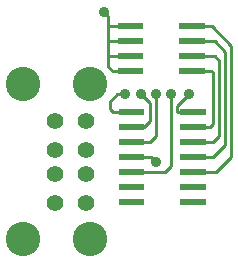
<source format=gbr>
G04 start of page 2 for group 0 idx 0 *
G04 Title: (unknown), component *
G04 Creator: pcb 20091103 *
G04 CreationDate: Sun 13 Mar 2011 09:43:22 AM GMT UTC *
G04 For: gjhurlbu *
G04 Format: Gerber/RS-274X *
G04 PCB-Dimensions: 600000 500000 *
G04 PCB-Coordinate-Origin: lower left *
%MOIN*%
%FSLAX25Y25*%
%LNFRONT*%
%ADD11C,0.0100*%
%ADD12C,0.0560*%
%ADD13C,0.1150*%
%ADD14C,0.0360*%
%ADD15R,0.0200X0.0200*%
%ADD16C,0.0910*%
%ADD17C,0.0200*%
G54D11*X108245Y437557D02*X112443D01*
X114000Y436000D01*
X108142Y437557D02*Y437454D01*
X108245Y437557D01*
X108171Y432557D02*X111443D01*
X112000Y432000D01*
X108142Y447557D02*X111443D01*
X108142Y442557D02*X112443D01*
X116000Y439000D01*
X111443Y447557D02*X118000Y441000D01*
X108142Y432557D02*Y432586D01*
X108171Y432557D01*
X88000Y404000D02*X91278D01*
X92867Y402411D01*
X88000Y399000D02*X96000D01*
X98000Y401000D01*
X112000Y432000D02*Y415000D01*
X114000Y436000D02*Y411000D01*
X111000Y414000D02*X108500D01*
X112000Y415000D02*X111000Y414000D01*
X114000Y411000D02*X112000Y409000D01*
X108515D01*
X108500D02*Y409015D01*
X108515Y409000D01*
X116000Y439000D02*Y408000D01*
X118000Y441000D02*Y404000D01*
X112000D02*X116000Y408000D01*
X108500Y404000D02*X112000D01*
X118000D02*X113000Y399000D01*
X108500D01*
X102000Y419000D02*X100000D01*
Y421000D02*X104000Y425000D01*
X100000Y419000D02*Y421000D01*
X78500Y419000D02*X77500Y420000D01*
Y422500D01*
X80000Y425000D01*
X82500D01*
X81500Y419000D02*X78500D01*
X98000Y401000D02*Y425000D01*
X88000Y409000D02*X91000D01*
X93000Y411000D01*
X88000Y414000D02*X89000D01*
X91000Y416000D01*
X93000Y411000D02*Y425000D01*
X91000Y416000D02*Y422000D01*
X88000Y425000D01*
X77000Y443000D02*Y447557D01*
Y442557D02*Y443000D01*
Y442557D02*Y443000D01*
X81142Y432557D02*X78443D01*
X77000Y434000D01*
Y437557D01*
X81142D02*X77000D01*
Y438000D01*
Y437557D02*Y438000D01*
X81142Y442557D02*X77000D01*
X81142Y447557D02*X77000D01*
Y438000D02*Y442557D01*
Y447557D02*Y448000D01*
Y450900D02*X75500Y452400D01*
X77000Y447557D02*Y448000D01*
Y450900D01*
G54D12*X59254Y398422D03*
Y388622D03*
X69554Y406322D03*
Y398422D03*
Y388622D03*
X59254Y416122D03*
Y406322D03*
X69554Y416122D03*
G54D13*X70954Y428222D03*
X48554D03*
X70954Y376522D03*
X48554D03*
G54D14*X75500Y452400D03*
X82500Y425000D03*
X92867Y402411D03*
X104000Y425000D03*
X88000D03*
X93000D03*
X98000D03*
G54D15*X102000Y399000D02*X108500D01*
X102000Y404000D02*X108500D01*
X102000Y409000D02*X108500D01*
X102000Y414000D02*X108500D01*
X102000Y419000D02*X108500D01*
X101642Y432557D02*X108142D01*
X101642Y437557D02*X108142D01*
X101642Y442557D02*X108142D01*
X101642Y447557D02*X108142D01*
X81500Y404000D02*X88000D01*
X81500Y399000D02*X88000D01*
X81500Y394000D02*X88000D01*
X81500Y389000D02*X88000D01*
X81500Y419000D02*X88000D01*
X81500Y414000D02*X88000D01*
X81500Y409000D02*X88000D01*
X102000Y389000D02*X108500D01*
X102000Y394000D02*X108500D01*
X81142Y447557D02*X87642D01*
X81142Y442557D02*X87642D01*
X81142Y437557D02*X87642D01*
X81142Y432557D02*X87642D01*
G54D14*G54D16*G54D17*M02*

</source>
